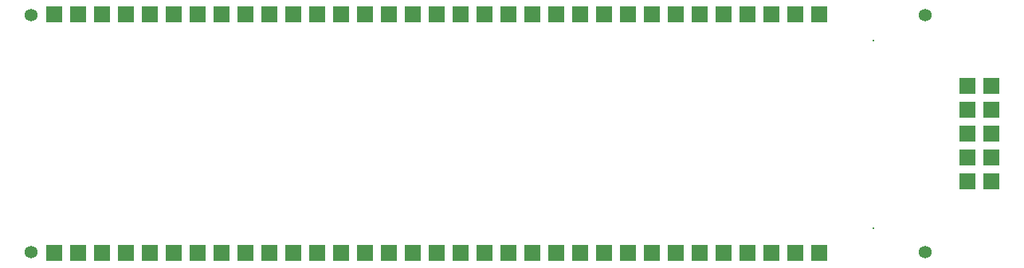
<source format=gbs>
G04*
G04 #@! TF.GenerationSoftware,Altium Limited,Altium Designer,18.1.7 (191)*
G04*
G04 Layer_Color=16711935*
%FSLAX44Y44*%
%MOMM*%
G71*
G01*
G75*
%ADD17R,1.8032X1.8032*%
%ADD18C,1.3552*%
%ADD19C,0.2032*%
%ADD20R,1.8032X1.8032*%
D17*
X1935400Y1371800D02*
D03*
Y1346400D02*
D03*
Y1321000D02*
D03*
Y1295600D02*
D03*
Y1270200D02*
D03*
X1910000D02*
D03*
Y1295600D02*
D03*
Y1321000D02*
D03*
Y1346400D02*
D03*
Y1371800D02*
D03*
D18*
X1865000Y1447000D02*
D03*
Y1195000D02*
D03*
X915000D02*
D03*
Y1447000D02*
D03*
D19*
X1809900Y1220000D02*
D03*
Y1420000D02*
D03*
D20*
X1752600Y1447800D02*
D03*
X1727200D02*
D03*
X1701800D02*
D03*
X1676400D02*
D03*
X1651000D02*
D03*
X1625600D02*
D03*
X1600200D02*
D03*
X1574800D02*
D03*
X1549400D02*
D03*
X1524000D02*
D03*
X1498600D02*
D03*
X1473200D02*
D03*
X1447800D02*
D03*
X1422400D02*
D03*
X1397000D02*
D03*
X1371600D02*
D03*
X1346200D02*
D03*
X1320800D02*
D03*
X1295400D02*
D03*
X1270000D02*
D03*
X1244600D02*
D03*
X1219200D02*
D03*
X1193800D02*
D03*
X1168400D02*
D03*
X965200D02*
D03*
X939800D02*
D03*
X990600D02*
D03*
X1016000D02*
D03*
X1041400D02*
D03*
X1066800D02*
D03*
X1092200D02*
D03*
X1117600D02*
D03*
X1143000D02*
D03*
X939800Y1193800D02*
D03*
X965200D02*
D03*
X990600D02*
D03*
X1016000D02*
D03*
X1041400D02*
D03*
X1066800D02*
D03*
X1092200D02*
D03*
X1117600D02*
D03*
X1143000D02*
D03*
X1168400D02*
D03*
X1193800D02*
D03*
X1219200D02*
D03*
X1244600D02*
D03*
X1270000D02*
D03*
X1295400D02*
D03*
X1320800D02*
D03*
X1346200D02*
D03*
X1371600D02*
D03*
X1397000D02*
D03*
X1422400D02*
D03*
X1447800D02*
D03*
X1473200D02*
D03*
X1498600D02*
D03*
X1524000D02*
D03*
X1549400D02*
D03*
X1574800D02*
D03*
X1600200D02*
D03*
X1625600D02*
D03*
X1651000D02*
D03*
X1676400D02*
D03*
X1701800D02*
D03*
X1727200D02*
D03*
X1752600D02*
D03*
M02*

</source>
